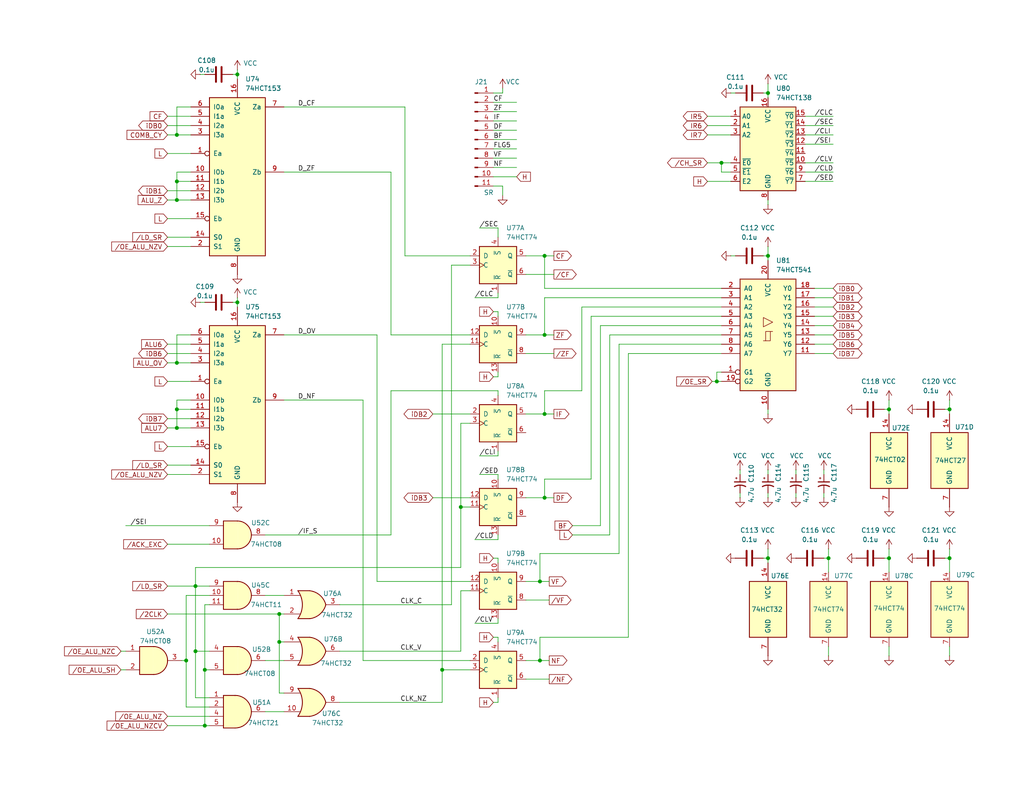
<source format=kicad_sch>
(kicad_sch (version 20250114) (generator "eeschema") (generator_version "9.0")
  (paper "A")
  (title_block (title "TTL 6510 Computer") (date "2025-10-20") (rev "B") (company "Stefan Warnke") (comment 9 "CPU_6502_Opcodes.txt"))
  (junction (at 120.65 182.88))
  (junction (at 209.55 69.85))
  (junction (at 76.2 167.64))
  (junction (at 64.77 82.55))
  (junction (at 242.57 152.4))
  (junction (at 259.08 111.76))
  (junction (at 147.32 158.75))
  (junction (at 242.57 111.76))
  (junction (at 50.8 180.34))
  (junction (at 147.32 180.34))
  (junction (at 76.2 175.26))
  (junction (at 209.55 152.4))
  (junction (at 48.26 49.53))
  (junction (at 148.59 91.44))
  (junction (at 148.59 69.85))
  (junction (at 209.55 25.4))
  (junction (at 64.77 20.32))
  (junction (at 48.26 99.06))
  (junction (at 53.34 160.02))
  (junction (at 48.26 36.83))
  (junction (at 259.08 152.4))
  (junction (at 125.73 138.43))
  (junction (at 195.58 104.14))
  (junction (at 196.85 44.45))
  (junction (at 53.34 177.8))
  (junction (at 48.26 54.61))
  (junction (at 148.59 113.03))
  (junction (at 55.88 182.88))
  (junction (at 148.59 135.89))
  (junction (at 48.26 116.84))
  (junction (at 55.88 198.12))
  (junction (at 226.06 152.4))
  (junction (at 48.26 111.76))
  (wire (pts (xy 45.72 198.12) (xy 55.88 198.12)))
  (wire (pts (xy 193.04 36.83) (xy 199.39 36.83)))
  (wire (pts (xy 110.49 29.21) (xy 110.49 69.85)))
  (wire (pts (xy 222.25 78.74) (xy 227.33 78.74)))
  (wire (pts (xy 45.72 31.75) (xy 52.07 31.75)))
  (wire (pts (xy 224.79 134.62) (xy 224.79 135.89)))
  (wire (pts (xy 241.3 152.4) (xy 242.57 152.4)))
  (wire (pts (xy 242.57 149.86) (xy 242.57 152.4)))
  (wire (pts (xy 134.62 38.1) (xy 140.97 38.1)))
  (wire (pts (xy 219.71 31.75) (xy 227.33 31.75)))
  (wire (pts (xy 196.85 91.44) (xy 166.37 91.44)))
  (wire (pts (xy 129.54 81.28) (xy 135.89 81.28)))
  (wire (pts (xy 134.62 30.48) (xy 140.97 30.48)))
  (wire (pts (xy 222.25 86.36) (xy 227.33 86.36)))
  (wire (pts (xy 163.83 143.51) (xy 156.21 143.51)))
  (wire (pts (xy 143.51 74.93) (xy 151.13 74.93)))
  (wire (pts (xy 195.58 104.14) (xy 196.85 104.14)))
  (wire (pts (xy 209.55 67.31) (xy 209.55 69.85)))
  (wire (pts (xy 259.08 109.22) (xy 259.08 111.76)))
  (wire (pts (xy 92.71 177.8) (xy 125.73 177.8)))
  (wire (pts (xy 196.85 44.45) (xy 196.85 46.99)))
  (wire (pts (xy 222.25 96.52) (xy 227.33 96.52)))
  (wire (pts (xy 128.27 180.34) (xy 99.06 180.34)))
  (wire (pts (xy 125.73 138.43) (xy 125.73 154.94)))
  (wire (pts (xy 125.73 161.29) (xy 128.27 161.29)))
  (wire (pts (xy 34.29 143.51) (xy 57.15 143.51)))
  (wire (pts (xy 52.07 29.21) (xy 48.26 29.21)))
  (wire (pts (xy 53.34 154.94) (xy 125.73 154.94)))
  (wire (pts (xy 76.2 167.64) (xy 77.47 167.64)))
  (wire (pts (xy 209.55 152.4) (xy 209.55 153.67)))
  (wire (pts (xy 135.89 173.99) (xy 135.89 175.26)))
  (wire (pts (xy 45.72 93.98) (xy 52.07 93.98)))
  (wire (pts (xy 242.57 152.4) (xy 242.57 156.21)))
  (wire (pts (xy 147.32 173.99) (xy 147.32 180.34)))
  (wire (pts (xy 72.39 194.31) (xy 77.47 194.31)))
  (wire (pts (xy 209.55 111.76) (xy 209.55 113.03)))
  (wire (pts (xy 48.26 29.21) (xy 48.26 36.83)))
  (wire (pts (xy 134.62 152.4) (xy 135.89 152.4)))
  (wire (pts (xy 110.49 69.85) (xy 128.27 69.85)))
  (wire (pts (xy 45.72 167.64) (xy 76.2 167.64)))
  (wire (pts (xy 106.68 106.68) (xy 135.89 106.68)))
  (wire (pts (xy 209.55 134.62) (xy 209.55 135.89)))
  (wire (pts (xy 209.55 149.86) (xy 209.55 152.4)))
  (wire (pts (xy 77.47 29.21) (xy 110.49 29.21)))
  (wire (pts (xy 199.39 69.85) (xy 200.66 69.85)))
  (wire (pts (xy 209.55 69.85) (xy 209.55 71.12)))
  (wire (pts (xy 199.39 25.4) (xy 200.66 25.4)))
  (wire (pts (xy 242.57 109.22) (xy 242.57 111.76)))
  (wire (pts (xy 209.55 128.27) (xy 209.55 129.54)))
  (wire (pts (xy 55.88 165.1) (xy 55.88 182.88)))
  (wire (pts (xy 50.8 193.04) (xy 57.15 193.04)))
  (wire (pts (xy 143.51 163.83) (xy 149.86 163.83)))
  (wire (pts (xy 193.04 49.53) (xy 199.39 49.53)))
  (wire (pts (xy 148.59 91.44) (xy 151.13 91.44)))
  (wire (pts (xy 135.89 124.46) (xy 135.89 123.19)))
  (wire (pts (xy 130.81 124.46) (xy 135.89 124.46)))
  (wire (pts (xy 125.73 115.57) (xy 125.73 138.43)))
  (wire (pts (xy 50.8 180.34) (xy 50.8 193.04)))
  (wire (pts (xy 143.51 91.44) (xy 148.59 91.44)))
  (wire (pts (xy 48.26 49.53) (xy 48.26 54.61)))
  (wire (pts (xy 45.72 104.14) (xy 52.07 104.14)))
  (wire (pts (xy 209.55 22.86) (xy 209.55 25.4)))
  (wire (pts (xy 201.93 128.27) (xy 201.93 129.54)))
  (wire (pts (xy 129.54 170.18) (xy 135.89 170.18)))
  (wire (pts (xy 52.07 91.44) (xy 48.26 91.44)))
  (wire (pts (xy 50.8 162.56) (xy 57.15 162.56)))
  (wire (pts (xy 53.34 190.5) (xy 57.15 190.5)))
  (wire (pts (xy 125.73 115.57) (xy 128.27 115.57)))
  (wire (pts (xy 45.72 99.06) (xy 48.26 99.06)))
  (wire (pts (xy 45.72 67.31) (xy 52.07 67.31)))
  (wire (pts (xy 208.28 25.4) (xy 209.55 25.4)))
  (wire (pts (xy 143.51 135.89) (xy 148.59 135.89)))
  (wire (pts (xy 135.89 62.23) (xy 135.89 64.77)))
  (wire (pts (xy 45.72 59.69) (xy 52.07 59.69)))
  (wire (pts (xy 72.39 162.56) (xy 77.47 162.56)))
  (wire (pts (xy 241.3 111.76) (xy 242.57 111.76)))
  (wire (pts (xy 54.61 82.55) (xy 55.88 82.55)))
  (wire (pts (xy 45.72 64.77) (xy 52.07 64.77)))
  (wire (pts (xy 134.62 43.18) (xy 140.97 43.18)))
  (wire (pts (xy 226.06 176.53) (xy 226.06 179.07)))
  (wire (pts (xy 208.28 152.4) (xy 209.55 152.4)))
  (wire (pts (xy 194.31 104.14) (xy 195.58 104.14)))
  (wire (pts (xy 257.81 152.4) (xy 259.08 152.4)))
  (wire (pts (xy 135.89 191.77) (xy 135.89 190.5)))
  (wire (pts (xy 64.77 20.32) (xy 64.77 21.59)))
  (wire (pts (xy 135.89 102.87) (xy 135.89 101.6)))
  (wire (pts (xy 45.72 127) (xy 52.07 127)))
  (wire (pts (xy 148.59 69.85) (xy 148.59 78.74)))
  (wire (pts (xy 49.53 180.34) (xy 50.8 180.34)))
  (wire (pts (xy 45.72 116.84) (xy 48.26 116.84)))
  (wire (pts (xy 148.59 135.89) (xy 151.13 135.89)))
  (wire (pts (xy 135.89 147.32) (xy 135.89 146.05)))
  (wire (pts (xy 193.04 31.75) (xy 199.39 31.75)))
  (wire (pts (xy 257.81 111.76) (xy 259.08 111.76)))
  (wire (pts (xy 196.85 101.6) (xy 195.58 101.6)))
  (wire (pts (xy 135.89 129.54) (xy 135.89 130.81)))
  (wire (pts (xy 48.26 91.44) (xy 48.26 99.06)))
  (wire (pts (xy 64.77 81.28) (xy 64.77 82.55)))
  (wire (pts (xy 134.62 173.99) (xy 135.89 173.99)))
  (wire (pts (xy 48.26 111.76) (xy 48.26 116.84)))
  (wire (pts (xy 106.68 46.99) (xy 106.68 91.44)))
  (wire (pts (xy 130.81 129.54) (xy 135.89 129.54)))
  (wire (pts (xy 48.26 111.76) (xy 52.07 111.76)))
  (wire (pts (xy 143.51 113.03) (xy 148.59 113.03)))
  (wire (pts (xy 168.91 93.98) (xy 168.91 151.13)))
  (wire (pts (xy 134.62 27.94) (xy 140.97 27.94)))
  (wire (pts (xy 163.83 88.9) (xy 163.83 143.51)))
  (wire (pts (xy 48.26 54.61) (xy 52.07 54.61)))
  (wire (pts (xy 52.07 109.22) (xy 48.26 109.22)))
  (wire (pts (xy 77.47 109.22) (xy 99.06 109.22)))
  (wire (pts (xy 48.26 116.84) (xy 52.07 116.84)))
  (wire (pts (xy 106.68 146.05) (xy 106.68 106.68)))
  (wire (pts (xy 219.71 34.29) (xy 227.33 34.29)))
  (wire (pts (xy 161.29 130.81) (xy 148.59 130.81)))
  (wire (pts (xy 135.89 152.4) (xy 135.89 153.67)))
  (wire (pts (xy 171.45 96.52) (xy 171.45 173.99)))
  (wire (pts (xy 226.06 152.4) (xy 226.06 156.21)))
  (wire (pts (xy 135.89 80.01) (xy 135.89 81.28)))
  (wire (pts (xy 219.71 36.83) (xy 227.33 36.83)))
  (wire (pts (xy 143.51 69.85) (xy 148.59 69.85)))
  (wire (pts (xy 48.26 109.22) (xy 48.26 111.76)))
  (wire (pts (xy 143.51 180.34) (xy 147.32 180.34)))
  (wire (pts (xy 208.28 69.85) (xy 209.55 69.85)))
  (wire (pts (xy 45.72 195.58) (xy 57.15 195.58)))
  (wire (pts (xy 148.59 106.68) (xy 148.59 113.03)))
  (wire (pts (xy 222.25 81.28) (xy 227.33 81.28)))
  (wire (pts (xy 156.21 146.05) (xy 166.37 146.05)))
  (wire (pts (xy 166.37 91.44) (xy 166.37 146.05)))
  (wire (pts (xy 219.71 39.37) (xy 227.33 39.37)))
  (wire (pts (xy 63.5 82.55) (xy 64.77 82.55)))
  (wire (pts (xy 45.72 114.3) (xy 52.07 114.3)))
  (wire (pts (xy 137.16 50.8) (xy 137.16 53.34)))
  (wire (pts (xy 219.71 49.53) (xy 227.33 49.53)))
  (wire (pts (xy 48.26 36.83) (xy 52.07 36.83)))
  (wire (pts (xy 55.88 182.88) (xy 55.88 198.12)))
  (wire (pts (xy 222.25 93.98) (xy 227.33 93.98)))
  (wire (pts (xy 77.47 175.26) (xy 76.2 175.26)))
  (wire (pts (xy 72.39 146.05) (xy 106.68 146.05)))
  (wire (pts (xy 217.17 128.27) (xy 217.17 129.54)))
  (wire (pts (xy 129.54 147.32) (xy 135.89 147.32)))
  (wire (pts (xy 196.85 86.36) (xy 161.29 86.36)))
  (wire (pts (xy 53.34 177.8) (xy 53.34 190.5)))
  (wire (pts (xy 196.85 96.52) (xy 171.45 96.52)))
  (wire (pts (xy 242.57 111.76) (xy 242.57 113.03)))
  (wire (pts (xy 134.62 48.26) (xy 140.97 48.26)))
  (wire (pts (xy 134.62 191.77) (xy 135.89 191.77)))
  (wire (pts (xy 118.11 113.03) (xy 128.27 113.03)))
  (wire (pts (xy 134.62 25.4) (xy 137.16 25.4)))
  (wire (pts (xy 209.55 25.4) (xy 209.55 26.67)))
  (wire (pts (xy 45.72 34.29) (xy 52.07 34.29)))
  (wire (pts (xy 76.2 167.64) (xy 76.2 175.26)))
  (wire (pts (xy 224.79 128.27) (xy 224.79 129.54)))
  (wire (pts (xy 219.71 44.45) (xy 227.33 44.45)))
  (wire (pts (xy 99.06 109.22) (xy 99.06 180.34)))
  (wire (pts (xy 143.51 158.75) (xy 147.32 158.75)))
  (wire (pts (xy 148.59 78.74) (xy 196.85 78.74)))
  (wire (pts (xy 53.34 154.94) (xy 53.34 160.02)))
  (wire (pts (xy 48.26 46.99) (xy 48.26 49.53)))
  (wire (pts (xy 64.77 82.55) (xy 64.77 83.82)))
  (wire (pts (xy 45.72 54.61) (xy 48.26 54.61)))
  (wire (pts (xy 134.62 102.87) (xy 135.89 102.87)))
  (wire (pts (xy 196.85 44.45) (xy 199.39 44.45)))
  (wire (pts (xy 158.75 106.68) (xy 148.59 106.68)))
  (wire (pts (xy 259.08 149.86) (xy 259.08 152.4)))
  (wire (pts (xy 222.25 91.44) (xy 227.33 91.44)))
  (wire (pts (xy 64.77 19.05) (xy 64.77 20.32)))
  (wire (pts (xy 55.88 182.88) (xy 57.15 182.88)))
  (wire (pts (xy 52.07 46.99) (xy 48.26 46.99)))
  (wire (pts (xy 134.62 33.02) (xy 140.97 33.02)))
  (wire (pts (xy 76.2 175.26) (xy 76.2 189.23)))
  (wire (pts (xy 201.93 134.62) (xy 201.93 135.89)))
  (wire (pts (xy 134.62 35.56) (xy 140.97 35.56)))
  (wire (pts (xy 45.72 52.07) (xy 52.07 52.07)))
  (wire (pts (xy 196.85 93.98) (xy 168.91 93.98)))
  (wire (pts (xy 148.59 113.03) (xy 151.13 113.03)))
  (wire (pts (xy 55.88 165.1) (xy 57.15 165.1)))
  (wire (pts (xy 45.72 96.52) (xy 52.07 96.52)))
  (wire (pts (xy 123.19 72.39) (xy 128.27 72.39)))
  (wire (pts (xy 48.26 49.53) (xy 52.07 49.53)))
  (wire (pts (xy 259.08 176.53) (xy 259.08 179.07)))
  (wire (pts (xy 128.27 93.98) (xy 120.65 93.98)))
  (wire (pts (xy 134.62 40.64) (xy 140.97 40.64)))
  (wire (pts (xy 259.08 111.76) (xy 259.08 113.03)))
  (wire (pts (xy 76.2 189.23) (xy 77.47 189.23)))
  (wire (pts (xy 77.47 91.44) (xy 102.87 91.44)))
  (wire (pts (xy 163.83 88.9) (xy 196.85 88.9)))
  (wire (pts (xy 45.72 41.91) (xy 52.07 41.91)))
  (wire (pts (xy 53.34 160.02) (xy 57.15 160.02)))
  (wire (pts (xy 147.32 151.13) (xy 147.32 158.75)))
  (wire (pts (xy 161.29 86.36) (xy 161.29 130.81)))
  (wire (pts (xy 134.62 45.72) (xy 140.97 45.72)))
  (wire (pts (xy 130.81 62.23) (xy 135.89 62.23)))
  (wire (pts (xy 242.57 176.53) (xy 242.57 179.07)))
  (wire (pts (xy 196.85 46.99) (xy 199.39 46.99)))
  (wire (pts (xy 45.72 36.83) (xy 48.26 36.83)))
  (wire (pts (xy 123.19 72.39) (xy 123.19 165.1)))
  (wire (pts (xy 158.75 83.82) (xy 158.75 106.68)))
  (wire (pts (xy 45.72 121.92) (xy 52.07 121.92)))
  (wire (pts (xy 45.72 148.59) (xy 57.15 148.59)))
  (wire (pts (xy 120.65 191.77) (xy 120.65 182.88)))
  (wire (pts (xy 102.87 158.75) (xy 128.27 158.75)))
  (wire (pts (xy 57.15 198.12) (xy 55.88 198.12)))
  (wire (pts (xy 193.04 34.29) (xy 199.39 34.29)))
  (wire (pts (xy 120.65 93.98) (xy 120.65 182.88)))
  (wire (pts (xy 219.71 46.99) (xy 227.33 46.99)))
  (wire (pts (xy 135.89 106.68) (xy 135.89 107.95)))
  (wire (pts (xy 118.11 135.89) (xy 128.27 135.89)))
  (wire (pts (xy 148.59 81.28) (xy 196.85 81.28)))
  (wire (pts (xy 134.62 85.09) (xy 135.89 85.09)))
  (wire (pts (xy 209.55 55.88) (xy 209.55 54.61)))
  (wire (pts (xy 222.25 83.82) (xy 227.33 83.82)))
  (wire (pts (xy 193.04 44.45) (xy 196.85 44.45)))
  (wire (pts (xy 120.65 182.88) (xy 128.27 182.88)))
  (wire (pts (xy 147.32 158.75) (xy 149.86 158.75)))
  (wire (pts (xy 53.34 177.8) (xy 53.34 160.02)))
  (wire (pts (xy 106.68 91.44) (xy 128.27 91.44)))
  (wire (pts (xy 53.34 160.02) (xy 45.72 160.02)))
  (wire (pts (xy 45.72 129.54) (xy 52.07 129.54)))
  (wire (pts (xy 77.47 46.99) (xy 106.68 46.99)))
  (wire (pts (xy 135.89 170.18) (xy 135.89 168.91)))
  (wire (pts (xy 125.73 177.8) (xy 125.73 161.29)))
  (wire (pts (xy 148.59 69.85) (xy 151.13 69.85)))
  (wire (pts (xy 222.25 88.9) (xy 227.33 88.9)))
  (wire (pts (xy 92.71 191.77) (xy 120.65 191.77)))
  (wire (pts (xy 259.08 152.4) (xy 259.08 156.21)))
  (wire (pts (xy 92.71 165.1) (xy 123.19 165.1)))
  (wire (pts (xy 63.5 20.32) (xy 64.77 20.32)))
  (wire (pts (xy 148.59 130.81) (xy 148.59 135.89)))
  (wire (pts (xy 33.02 177.8) (xy 34.29 177.8)))
  (wire (pts (xy 147.32 180.34) (xy 149.86 180.34)))
  (wire (pts (xy 147.32 151.13) (xy 168.91 151.13)))
  (wire (pts (xy 57.15 177.8) (xy 53.34 177.8)))
  (wire (pts (xy 224.79 152.4) (xy 226.06 152.4)))
  (wire (pts (xy 148.59 81.28) (xy 148.59 91.44)))
  (wire (pts (xy 128.27 138.43) (xy 125.73 138.43)))
  (wire (pts (xy 217.17 134.62) (xy 217.17 135.89)))
  (wire (pts (xy 48.26 99.06) (xy 52.07 99.06)))
  (wire (pts (xy 147.32 173.99) (xy 171.45 173.99)))
  (wire (pts (xy 54.61 20.32) (xy 55.88 20.32)))
  (wire (pts (xy 143.51 96.52) (xy 151.13 96.52)))
  (wire (pts (xy 134.62 50.8) (xy 137.16 50.8)))
  (wire (pts (xy 226.06 149.86) (xy 226.06 152.4)))
  (wire (pts (xy 135.89 85.09) (xy 135.89 86.36)))
  (wire (pts (xy 102.87 158.75) (xy 102.87 91.44)))
  (wire (pts (xy 50.8 180.34) (xy 50.8 162.56)))
  (wire (pts (xy 196.85 83.82) (xy 158.75 83.82)))
  (wire (pts (xy 137.16 25.4) (xy 137.16 24.13)))
  (wire (pts (xy 72.39 180.34) (xy 77.47 180.34)))
  (wire (pts (xy 143.51 185.42) (xy 149.86 185.42)))
  (wire (pts (xy 195.58 101.6) (xy 195.58 104.14)))
  (wire (pts (xy 33.02 182.88) (xy 34.29 182.88)))
  (label "{slash}CLC" (at 129.54 81.28 0))
  (label "DF" (at 134.62 35.56 0))
  (label "CLK_V" (at 109.22 177.8 0))
  (label "{slash}CLV" (at 129.54 170.18 0))
  (label "{slash}SEI" (at 222.25 39.37 0))
  (label "{slash}SEC" (at 130.81 62.23 0))
  (label "IF" (at 134.62 33.02 0))
  (label "D_ZF" (at 81.28 46.99 0))
  (label "{slash}SEC" (at 222.25 34.29 0))
  (label "{slash}CLC" (at 222.25 31.75 0))
  (label "D_NF" (at 81.28 109.22 0))
  (label "{slash}CLD" (at 222.25 46.99 0))
  (label "VF" (at 134.62 43.18 0))
  (label "{slash}CLV" (at 222.25 44.45 0))
  (label "{slash}SED" (at 130.81 129.54 0))
  (label "{slash}SEI" (at 35.56 143.51 0))
  (label "{slash}IF_S" (at 81.28 146.05 0))
  (label "ZF" (at 134.62 30.48 0))
  (label "D_CF" (at 81.28 29.21 0))
  (label "D_OV" (at 81.28 91.44 0))
  (label "{slash}CLD" (at 129.54 147.32 0))
  (label "FLG5" (at 134.62 40.64 0))
  (label "{slash}CLI" (at 222.25 36.83 0))
  (label "BF" (at 134.62 38.1 0))
  (label "CLK_NZ" (at 109.22 191.77 0))
  (label "CF" (at 134.62 27.94 0))
  (label "NF" (at 134.62 45.72 0))
  (label "{slash}SED" (at 222.25 49.53 0))
  (label "CLK_C" (at 109.22 165.1 0))
  (label "{slash}CLI" (at 130.81 124.46 0))
  (global_label "iDB1" (shape bidirectional) (at 45.72 52.07 180) (property "Intersheetrefs" "${INTERSHEET_REFS}" (effects (hide yes))))
  (global_label "{slash}ACK_EXC" (shape input) (at 45.72 148.59 180) (property "Intersheetrefs" "${INTERSHEET_REFS}" (effects (hide yes))))
  (global_label "ALU7" (shape input) (at 45.72 116.84 180) (property "Intersheetrefs" "${INTERSHEET_REFS}" (effects (hide yes))))
  (global_label "L" (shape input) (at 45.72 104.14 180) (property "Intersheetrefs" "${INTERSHEET_REFS}" (effects (hide yes))))
  (global_label "{slash}LD_SR" (shape input) (at 45.72 64.77 180) (property "Intersheetrefs" "${INTERSHEET_REFS}" (effects (hide yes))))
  (global_label "{slash}OE_ALU_SH" (shape input) (at 33.02 182.88 180) (property "Intersheetrefs" "${INTERSHEET_REFS}" (effects (hide yes))))
  (global_label "{slash}OE_ALU_NZ" (shape input) (at 45.72 195.58 180) (property "Intersheetrefs" "${INTERSHEET_REFS}" (effects (hide yes))))
  (global_label "IR7" (shape bidirectional) (at 193.04 36.83 180) (property "Intersheetrefs" "${INTERSHEET_REFS}" (effects (hide yes))))
  (global_label "L" (shape input) (at 45.72 59.69 180) (property "Intersheetrefs" "${INTERSHEET_REFS}" (effects (hide yes))))
  (global_label "{slash}OE_ALU_NZC" (shape input) (at 33.02 177.8 180) (property "Intersheetrefs" "${INTERSHEET_REFS}" (effects (hide yes))))
  (global_label "{slash}LD_SR" (shape input) (at 45.72 127 180) (property "Intersheetrefs" "${INTERSHEET_REFS}" (effects (hide yes))))
  (global_label "IF" (shape output) (at 151.13 113.03 0) (property "Intersheetrefs" "${INTERSHEET_REFS}" (effects (hide yes))))
  (global_label "H" (shape input) (at 134.62 173.99 180) (property "Intersheetrefs" "${INTERSHEET_REFS}" (effects (hide yes))))
  (global_label "ZF" (shape output) (at 151.13 91.44 0) (property "Intersheetrefs" "${INTERSHEET_REFS}" (effects (hide yes))))
  (global_label "iDB2" (shape bidirectional) (at 227.33 83.82 0) (property "Intersheetrefs" "${INTERSHEET_REFS}" (effects (hide yes))))
  (global_label "iDB0" (shape bidirectional) (at 45.72 34.29 180) (property "Intersheetrefs" "${INTERSHEET_REFS}" (effects (hide yes))))
  (global_label "H" (shape input) (at 134.62 191.77 180) (property "Intersheetrefs" "${INTERSHEET_REFS}" (effects (hide yes))))
  (global_label "H" (shape input) (at 134.62 152.4 180) (property "Intersheetrefs" "${INTERSHEET_REFS}" (effects (hide yes))))
  (global_label "iDB3" (shape bidirectional) (at 227.33 86.36 0) (property "Intersheetrefs" "${INTERSHEET_REFS}" (effects (hide yes))))
  (global_label "BF" (shape input) (at 156.21 143.51 180) (property "Intersheetrefs" "${INTERSHEET_REFS}" (effects (hide yes))))
  (global_label "{slash}NF" (shape output) (at 149.86 185.42 0) (property "Intersheetrefs" "${INTERSHEET_REFS}" (effects (hide yes))))
  (global_label "iDB6" (shape bidirectional) (at 45.72 96.52 180) (property "Intersheetrefs" "${INTERSHEET_REFS}" (effects (hide yes))))
  (global_label "ALU_OV" (shape input) (at 45.72 99.06 180) (property "Intersheetrefs" "${INTERSHEET_REFS}" (effects (hide yes))))
  (global_label "ALU_Z" (shape input) (at 45.72 54.61 180) (property "Intersheetrefs" "${INTERSHEET_REFS}" (effects (hide yes))))
  (global_label "IR6" (shape bidirectional) (at 193.04 34.29 180) (property "Intersheetrefs" "${INTERSHEET_REFS}" (effects (hide yes))))
  (global_label "iDB6" (shape bidirectional) (at 227.33 93.98 0) (property "Intersheetrefs" "${INTERSHEET_REFS}" (effects (hide yes))))
  (global_label "iDB5" (shape bidirectional) (at 227.33 91.44 0) (property "Intersheetrefs" "${INTERSHEET_REFS}" (effects (hide yes))))
  (global_label "H" (shape input) (at 193.04 49.53 180) (property "Intersheetrefs" "${INTERSHEET_REFS}" (effects (hide yes))))
  (global_label "DF" (shape output) (at 151.13 135.89 0) (property "Intersheetrefs" "${INTERSHEET_REFS}" (effects (hide yes))))
  (global_label "{slash}OE_ALU_NZV" (shape input) (at 45.72 129.54 180) (property "Intersheetrefs" "${INTERSHEET_REFS}" (effects (hide yes))))
  (global_label "NF" (shape output) (at 149.86 180.34 0) (property "Intersheetrefs" "${INTERSHEET_REFS}" (effects (hide yes))))
  (global_label "{slash}ZF" (shape output) (at 151.13 96.52 0) (property "Intersheetrefs" "${INTERSHEET_REFS}" (effects (hide yes))))
  (global_label "{slash}VF" (shape output) (at 149.86 163.83 0) (property "Intersheetrefs" "${INTERSHEET_REFS}" (effects (hide yes))))
  (global_label "COMB_CY" (shape input) (at 45.72 36.83 180) (property "Intersheetrefs" "${INTERSHEET_REFS}" (effects (hide yes))))
  (global_label "H" (shape input) (at 140.97 48.26 0) (property "Intersheetrefs" "${INTERSHEET_REFS}" (effects (hide yes))))
  (global_label "CF" (shape output) (at 151.13 69.85 0) (property "Intersheetrefs" "${INTERSHEET_REFS}" (effects (hide yes))))
  (global_label "{slash}CH_SR" (shape bidirectional) (at 193.04 44.45 180) (property "Intersheetrefs" "${INTERSHEET_REFS}" (effects (hide yes))))
  (global_label "{slash}OE_ALU_NZCV" (shape input) (at 45.72 198.12 180) (property "Intersheetrefs" "${INTERSHEET_REFS}" (effects (hide yes))))
  (global_label "{slash}OE_SR" (shape input) (at 194.31 104.14 180) (property "Intersheetrefs" "${INTERSHEET_REFS}" (effects (hide yes))))
  (global_label "L" (shape input) (at 45.72 41.91 180) (property "Intersheetrefs" "${INTERSHEET_REFS}" (effects (hide yes))))
  (global_label "ALU6" (shape input) (at 45.72 93.98 180) (property "Intersheetrefs" "${INTERSHEET_REFS}" (effects (hide yes))))
  (global_label "CF" (shape input) (at 45.72 31.75 180) (property "Intersheetrefs" "${INTERSHEET_REFS}" (effects (hide yes))))
  (global_label "H" (shape input) (at 134.62 85.09 180) (property "Intersheetrefs" "${INTERSHEET_REFS}" (effects (hide yes))))
  (global_label "L" (shape input) (at 45.72 121.92 180) (property "Intersheetrefs" "${INTERSHEET_REFS}" (effects (hide yes))))
  (global_label "iDB0" (shape bidirectional) (at 227.33 78.74 0) (property "Intersheetrefs" "${INTERSHEET_REFS}" (effects (hide yes))))
  (global_label "H" (shape input) (at 134.62 102.87 180) (property "Intersheetrefs" "${INTERSHEET_REFS}" (effects (hide yes))))
  (global_label "L" (shape input) (at 156.21 146.05 180) (property "Intersheetrefs" "${INTERSHEET_REFS}" (effects (hide yes))))
  (global_label "iDB4" (shape bidirectional) (at 227.33 88.9 0) (property "Intersheetrefs" "${INTERSHEET_REFS}" (effects (hide yes))))
  (global_label "IR5" (shape bidirectional) (at 193.04 31.75 180) (property "Intersheetrefs" "${INTERSHEET_REFS}" (effects (hide yes))))
  (global_label "{slash}LD_SR" (shape input) (at 45.72 160.02 180) (property "Intersheetrefs" "${INTERSHEET_REFS}" (effects (hide yes))))
  (global_label "iDB3" (shape bidirectional) (at 118.11 135.89 180) (property "Intersheetrefs" "${INTERSHEET_REFS}" (effects (hide yes))))
  (global_label "{slash}2CLK" (shape input) (at 45.72 167.64 180) (effects (font (thickness 0.1588))) (property "Intersheetrefs" "${INTERSHEET_REFS}" (effects (hide yes))))
  (global_label "VF" (shape output) (at 149.86 158.75 0) (property "Intersheetrefs" "${INTERSHEET_REFS}" (effects (hide yes))))
  (global_label "iDB2" (shape bidirectional) (at 118.11 113.03 180) (property "Intersheetrefs" "${INTERSHEET_REFS}" (effects (hide yes))))
  (global_label "{slash}OE_ALU_NZV" (shape input) (at 45.72 67.31 180) (property "Intersheetrefs" "${INTERSHEET_REFS}" (effects (hide yes))))
  (global_label "iDB1" (shape bidirectional) (at 227.33 81.28 0) (property "Intersheetrefs" "${INTERSHEET_REFS}" (effects (hide yes))))
  (global_label "iDB7" (shape bidirectional) (at 227.33 96.52 0) (property "Intersheetrefs" "${INTERSHEET_REFS}" (effects (hide yes))))
  (global_label "iDB7" (shape bidirectional) (at 45.72 114.3 180) (property "Intersheetrefs" "${INTERSHEET_REFS}" (effects (hide yes))))
  (global_label "{slash}CF" (shape output) (at 151.13 74.93 0) (property "Intersheetrefs" "${INTERSHEET_REFS}" (effects (hide yes))))
  (symbol (lib_id "power:+5V") (at 209.55 128.27 0) (unit 1)
    (property "Reference" "#PWR0343" (effects (hide yes)))
    (property "Value" "VCC" (at 209.55 124.46 0))
    (property "Description" "Power symbol creates a global label with name \"+5V\"" (effects (hide yes)))
  )
  (symbol (lib_id "power:+5V") (at 259.08 109.22 0) (unit 1)
    (property "Reference" "#PWR0362" (effects (hide yes)))
    (property "Value" "VCC" (at 259.08 104.14 0))
    (property "Description" "Power symbol creates a global label with name \"+5V\"" (effects (hide yes)))
  )
  (symbol (lib_id "Device:C") (at 254 111.76 90) (unit 1)
    (property "Reference" "C120" (at 254 104.14 90))
    (property "Value" "0.1u" (at 254 106.68 90))
    (property "Footprint" "Project Library:C_Disc_D7.5mm_W2.5mm_P7.62mm" (effects (hide yes)))
    (property "Description" "Unpolarized capacitor" (effects (hide yes)))
    (property "OrderInfo" "https://www.digikey.com/en/products/detail/kemet/C320C104M5R5TA/3726028" (effects (hide yes)))
  )
  (symbol (lib_id "74xx:74LS27") (at 259.08 125.73 0) (unit 4)
    (property "Reference" "U71" (at 263.144 116.586 0))
    (property "Value" "74HCT27" (at 259.334 125.73 0))
    (property "Footprint" "Package_DIP:DIP-14_W7.62mm_Socket" (effects (hide yes)))
    (property "Datasheet" "http://www.ti.com/lit/gpn/sn74LS27" (effects (hide yes)))
    (property "Description" "Triple 3-input NOR" (effects (hide yes)))
    (property "OrderInfo" "https://www.digikey.com/en/products/detail/texas-instruments/CD74HCT27E/1507771" (effects (hide yes)))
  )
  (symbol (lib_id "74xx:74LS32") (at 209.55 166.37 0) (unit 5)
    (property "Reference" "U76" (at 212.852 157.226 0))
    (property "Value" "74HCT32" (at 209.296 166.37 0))
    (property "Footprint" "Package_DIP:DIP-14_W7.62mm_Socket" (effects (hide yes)))
    (property "Datasheet" "http://www.ti.com/lit/gpn/sn74LS32" (effects (hide yes)))
    (property "Description" "Quad 2-input OR" (effects (hide yes)))
    (property "OrderInfo" "https://www.digikey.com/en/products/detail/texas-instruments/CD74HCT32E/38504" (effects (hide yes)))
  )
  (symbol (lib_id "74xx:74HCT74") (at 135.89 138.43 0) (unit 2)
    (property "Reference" "U78" (at 138.0841 128.27 0) (effects (justify left)))
    (property "Value" "74HCT74" (at 138.0841 130.81 0) (effects (justify left)))
    (property "Footprint" "Package_DIP:DIP-14_W7.62mm_Socket" (effects (hide yes)))
    (property "Datasheet" "https://assets.nexperia.com/documents/data-sheet/74HC_HCT74.pdf" (effects (hide yes)))
    (property "Description" "Dual D Flip-flop, Set & Reset" (effects (hide yes)))
    (property "OrderInfo" "https://www.digikey.com/en/products/detail/texas-instruments/SN74HCT74N/277271" (effects (hide yes)))
  )
  (symbol (lib_id "74xx:74HCT74") (at 135.89 115.57 0) (unit 1)
    (property "Reference" "U78" (at 138.0841 105.41 0) (effects (justify left)))
    (property "Value" "74HCT74" (at 138.0841 107.95 0) (effects (justify left)))
    (property "Footprint" "Package_DIP:DIP-14_W7.62mm_Socket" (effects (hide yes)))
    (property "Datasheet" "https://assets.nexperia.com/documents/data-sheet/74HC_HCT74.pdf" (effects (hide yes)))
    (property "Description" "Dual D Flip-flop, Set & Reset" (effects (hide yes)))
    (property "OrderInfo" "https://www.digikey.com/en/products/detail/texas-instruments/SN74HCT74N/277271" (effects (hide yes)))
  )
  (symbol (lib_id "power:GND") (at 250.19 111.76 270) (unit 1)
    (property "Reference" "#PWR0360" (effects (hide yes)))
    (property "Value" "GND" (effects (hide yes)))
    (property "Description" "Power symbol creates a global label with name \"GND\" , ground" (effects (hide yes)))
  )
  (symbol (lib_id "power:+5V") (at 64.77 81.28 0) (unit 1)
    (property "Reference" "#PWR0330" (effects (hide yes)))
    (property "Value" "VCC" (at 68.326 79.756 0))
    (property "Description" "Power symbol creates a global label with name \"+5V\"" (effects (hide yes)))
  )
  (symbol (lib_id "power:GND") (at 200.66 152.4 270) (unit 1)
    (property "Reference" "#PWR0336" (effects (hide yes)))
    (property "Value" "GND" (effects (hide yes)))
    (property "Description" "Power symbol creates a global label with name \"GND\" , ground" (effects (hide yes)))
  )
  (symbol (lib_id "power:GND") (at 233.68 152.4 270) (unit 1)
    (property "Reference" "#PWR0355" (effects (hide yes)))
    (property "Value" "GND" (effects (hide yes)))
    (property "Description" "Power symbol creates a global label with name \"GND\" , ground" (effects (hide yes)))
  )
  (symbol (lib_id "power:GND") (at 259.08 138.43 0) (unit 1)
    (property "Reference" "#PWR0363" (effects (hide yes)))
    (property "Value" "GND" (effects (hide yes)))
    (property "Description" "Power symbol creates a global label with name \"GND\" , ground" (effects (hide yes)))
  )
  (symbol (lib_id "power:+5V") (at 224.79 128.27 0) (unit 1)
    (property "Reference" "#PWR0350" (effects (hide yes)))
    (property "Value" "VCC" (at 225.044 124.46 0))
    (property "Description" "Power symbol creates a global label with name \"+5V\"" (effects (hide yes)))
  )
  (symbol (lib_id "power:+5V") (at 259.08 149.86 0) (unit 1)
    (property "Reference" "#PWR0364" (effects (hide yes)))
    (property "Value" "VCC" (at 259.08 144.78 0))
    (property "Description" "Power symbol creates a global label with name \"+5V\"" (effects (hide yes)))
  )
  (symbol (lib_id "Device:C") (at 204.47 25.4 90) (unit 1)
    (property "Reference" "C111" (at 200.66 21.082 90))
    (property "Value" "0.1u" (at 200.66 23.622 90))
    (property "Footprint" "Project Library:C_Disc_D7.5mm_W2.5mm_P7.62mm" (effects (hide yes)))
    (property "Description" "Unpolarized capacitor" (effects (hide yes)))
    (property "OrderInfo" "https://www.digikey.com/en/products/detail/kemet/C320C104M5R5TA/3726028" (effects (hide yes)))
  )
  (symbol (lib_id "74xx:74HCT02") (at 242.57 125.73 0) (unit 5)
    (property "Reference" "U72" (at 245.872 116.84 0))
    (property "Value" "74HCT02" (at 242.824 125.476 0))
    (property "Footprint" "Package_DIP:DIP-14_W7.62mm_Socket" (effects (hide yes)))
    (property "Datasheet" "http://www.ti.com/lit/gpn/sn74hct02" (effects (hide yes)))
    (property "Description" "quad 2-input NOR gate" (effects (hide yes)))
    (property "OrderInfo" "https://www.digikey.com/en/products/detail/texas-instruments/CD74HCT02E/38234" (effects (hide yes)))
  )
  (symbol (lib_id "power:GND") (at 259.08 179.07 0) (unit 1)
    (property "Reference" "#PWR0365" (effects (hide yes)))
    (property "Value" "GND" (effects (hide yes)))
    (property "Description" "Power symbol creates a global label with name \"GND\" , ground" (effects (hide yes)))
  )
  (symbol (lib_id "power:GND") (at 54.61 82.55 270) (unit 1)
    (property "Reference" "#PWR0327" (effects (hide yes)))
    (property "Value" "GND" (effects (hide yes)))
    (property "Description" "Power symbol creates a global label with name \"GND\" , ground" (effects (hide yes)))
  )
  (symbol (lib_id "power:+5V") (at 201.93 128.27 0) (unit 1)
    (property "Reference" "#PWR0337" (effects (hide yes)))
    (property "Value" "VCC" (at 201.93 124.46 0))
    (property "Description" "Power symbol creates a global label with name \"+5V\"" (effects (hide yes)))
  )
  (symbol (lib_id "power:GND") (at 209.55 113.03 0) (unit 1)
    (property "Reference" "#PWR0342" (effects (hide yes)))
    (property "Value" "GND" (effects (hide yes)))
    (property "Description" "Power symbol creates a global label with name \"GND\" , ground" (effects (hide yes)))
  )
  (symbol (lib_id "74xx:74LS08") (at 64.77 180.34 0) (unit 2)
    (property "Reference" "U52" (at 71.374 177.292 0))
    (property "Value" "74HCT08" (at 70.866 183.896 0))
    (property "Footprint" "Package_DIP:DIP-14_W7.62mm_Socket" (effects (hide yes)))
    (property "Datasheet" "http://www.ti.com/lit/gpn/sn74LS08" (effects (hide yes)))
    (property "Description" "Quad And2" (effects (hide yes)))
    (property "OrderInfo" "https://www.digikey.com/en/products/detail/texas-instruments/CD74HCT08E/38240" (effects (hide yes)))
  )
  (symbol (lib_id "power:GND") (at 242.57 179.07 0) (unit 1)
    (property "Reference" "#PWR0359" (effects (hide yes)))
    (property "Value" "GND" (effects (hide yes)))
    (property "Description" "Power symbol creates a global label with name \"GND\" , ground" (effects (hide yes)))
  )
  (symbol (lib_id "power:GND") (at 64.77 137.16 0) (unit 1)
    (property "Reference" "#PWR0331" (effects (hide yes)))
    (property "Value" "GND" (effects (hide yes)))
    (property "Description" "Power symbol creates a global label with name \"GND\" , ground" (effects (hide yes)))
  )
  (symbol (lib_id "74xx:74LS32") (at 85.09 165.1 0) (unit 1)
    (property "Reference" "U76" (at 90.678 162.052 0))
    (property "Value" "74HCT32" (at 91.948 167.894 0))
    (property "Footprint" "Package_DIP:DIP-14_W7.62mm_Socket" (effects (hide yes)))
    (property "Datasheet" "http://www.ti.com/lit/gpn/sn74LS32" (effects (hide yes)))
    (property "Description" "Quad 2-input OR" (effects (hide yes)))
    (property "OrderInfo" "https://www.digikey.com/en/products/detail/texas-instruments/CD74HCT32E/38504" (effects (hide yes)))
  )
  (symbol (lib_id "power:GND") (at 199.39 25.4 270) (unit 1)
    (property "Reference" "#PWR0334" (effects (hide yes)))
    (property "Value" "GND" (effects (hide yes)))
    (property "Description" "Power symbol creates a global label with name \"GND\" , ground" (effects (hide yes)))
  )
  (symbol (lib_id "Device:C_Polarized_Small_US") (at 224.79 132.08 0) (unit 1)
    (property "Reference" "C117" (at 227.584 129.032 90))
    (property "Value" "4.7u" (at 227.584 135.128 90))
    (property "Footprint" "Project Library:C_Disc_D7.5mm_W2.5mm_P7.62mm_pol" (effects (hide yes)))
    (property "Description" "Polarized capacitor, small US symbol" (effects (hide yes)))
    (property "OrderInfo" "https://www.digikey.com/en/products/detail/kyocera-avx/TAP475M010SCS/1472017" (effects (hide yes)))
  )
  (symbol (lib_id "power:GND") (at 201.93 135.89 0) (unit 1)
    (property "Reference" "#PWR0338" (effects (hide yes)))
    (property "Value" "GND" (effects (hide yes)))
    (property "Description" "Power symbol creates a global label with name \"GND\" , ground" (effects (hide yes)))
  )
  (symbol (lib_id "74xx:74HCT74") (at 135.89 93.98 0) (unit 2)
    (property "Reference" "U77" (at 138.0841 83.82 0) (effects (justify left)))
    (property "Value" "74HCT74" (at 138.0841 86.36 0) (effects (justify left)))
    (property "Footprint" "Package_DIP:DIP-14_W7.62mm_Socket" (effects (hide yes)))
    (property "Datasheet" "https://assets.nexperia.com/documents/data-sheet/74HC_HCT74.pdf" (effects (hide yes)))
    (property "Description" "Dual D Flip-flop, Set & Reset" (effects (hide yes)))
    (property "OrderInfo" "https://www.digikey.com/en/products/detail/texas-instruments/SN74HCT74N/277271" (effects (hide yes)))
  )
  (symbol (lib_id "74xx:74HCT74") (at 135.89 72.39 0) (unit 1)
    (property "Reference" "U77" (at 138.0841 62.23 0) (effects (justify left)))
    (property "Value" "74HCT74" (at 138.0841 64.77 0) (effects (justify left)))
    (property "Footprint" "Package_DIP:DIP-14_W7.62mm_Socket" (effects (hide yes)))
    (property "Datasheet" "https://assets.nexperia.com/documents/data-sheet/74HC_HCT74.pdf" (effects (hide yes)))
    (property "Description" "Dual D Flip-flop, Set & Reset" (effects (hide yes)))
    (property "OrderInfo" "https://www.digikey.com/en/products/detail/texas-instruments/SN74HCT74N/277271" (effects (hide yes)))
  )
  (symbol (lib_id "74xx:74HCT74") (at 226.06 166.37 0) (unit 3)
    (property "Reference" "U77" (at 227.584 157.226 0) (effects (justify left)))
    (property "Value" "74HCT74" (at 221.742 166.37 0) (effects (justify left)))
    (property "Footprint" "Package_DIP:DIP-14_W7.62mm_Socket" (effects (hide yes)))
    (property "Datasheet" "https://assets.nexperia.com/documents/data-sheet/74HC_HCT74.pdf" (effects (hide yes)))
    (property "Description" "Dual D Flip-flop, Set & Reset" (effects (hide yes)))
    (property "OrderInfo" "https://www.digikey.com/en/products/detail/texas-instruments/SN74HCT74N/277271" (effects (hide yes)))
  )
  (symbol (lib_id "power:+5V") (at 217.17 128.27 0) (unit 1)
    (property "Reference" "#PWR0347" (effects (hide yes)))
    (property "Value" "VCC" (at 217.424 124.46 0))
    (property "Description" "Power symbol creates a global label with name \"+5V\"" (effects (hide yes)))
  )
  (symbol (lib_id "power:GND") (at 217.17 135.89 0) (unit 1)
    (property "Reference" "#PWR0348" (effects (hide yes)))
    (property "Value" "GND" (effects (hide yes)))
    (property "Description" "Power symbol creates a global label with name \"GND\" , ground" (effects (hide yes)))
  )
  (symbol (lib_id "power:GND") (at 217.17 152.4 270) (unit 1)
    (property "Reference" "#PWR0349" (effects (hide yes)))
    (property "Value" "GND" (effects (hide yes)))
    (property "Description" "Power symbol creates a global label with name \"GND\" , ground" (effects (hide yes)))
  )
  (symbol (lib_id "74xx:74LS08") (at 64.77 146.05 0) (unit 3)
    (property "Reference" "U52" (at 71.12 142.748 0))
    (property "Value" "74HCT08" (at 72.644 148.59 0))
    (property "Footprint" "Package_DIP:DIP-14_W7.62mm_Socket" (effects (hide yes)))
    (property "Datasheet" "http://www.ti.com/lit/gpn/sn74LS08" (effects (hide yes)))
    (property "Description" "Quad And2" (effects (hide yes)))
    (property "OrderInfo" "https://www.digikey.com/en/products/detail/texas-instruments/CD74HCT08E/38240" (effects (hide yes)))
  )
  (symbol (lib_id "Device:C_Polarized_Small_US") (at 209.55 132.08 0) (unit 1)
    (property "Reference" "C114" (at 212.344 129.032 90))
    (property "Value" "4.7u" (at 212.344 135.128 90))
    (property "Footprint" "Project Library:C_Disc_D7.5mm_W2.5mm_P7.62mm_pol" (effects (hide yes)))
    (property "Description" "Polarized capacitor, small US symbol" (effects (hide yes)))
    (property "OrderInfo" "https://www.digikey.com/en/products/detail/kyocera-avx/TAP475M010SCS/1472017" (effects (hide yes)))
  )
  (symbol (lib_id "74xx:74LS08") (at 41.91 180.34 0) (unit 1)
    (property "Reference" "U52" (at 42.418 172.466 0))
    (property "Value" "74HCT08" (at 42.418 175.006 0))
    (property "Footprint" "Package_DIP:DIP-14_W7.62mm_Socket" (effects (hide yes)))
    (property "Datasheet" "http://www.ti.com/lit/gpn/sn74LS08" (effects (hide yes)))
    (property "Description" "Quad And2" (effects (hide yes)))
    (property "OrderInfo" "https://www.digikey.com/en/products/detail/texas-instruments/CD74HCT08E/38240" (effects (hide yes)))
  )
  (symbol (lib_id "power:+5V") (at 226.06 149.86 0) (unit 1)
    (property "Reference" "#PWR0352" (effects (hide yes)))
    (property "Value" "VCC" (at 226.06 144.78 0))
    (property "Description" "Power symbol creates a global label with name \"+5V\"" (effects (hide yes)))
  )
  (symbol (lib_id "Device:C") (at 204.47 69.85 90) (unit 1)
    (property "Reference" "C112" (at 204.47 62.23 90))
    (property "Value" "0.1u" (at 204.47 64.77 90))
    (property "Footprint" "Project Library:C_Disc_D7.5mm_W2.5mm_P7.62mm" (effects (hide yes)))
    (property "Description" "Unpolarized capacitor" (effects (hide yes)))
    (property "OrderInfo" "https://www.digikey.com/en/products/detail/kemet/C320C104M5R5TA/3726028" (effects (hide yes)))
  )
  (symbol (lib_id "Device:C") (at 220.98 152.4 90) (unit 1)
    (property "Reference" "C116" (at 220.98 144.78 90))
    (property "Value" "0.1u" (at 220.98 147.32 90))
    (property "Footprint" "Project Library:C_Disc_D7.5mm_W2.5mm_P7.62mm" (effects (hide yes)))
    (property "Description" "Unpolarized capacitor" (effects (hide yes)))
    (property "OrderInfo" "https://www.digikey.com/en/products/detail/kemet/C320C104M5R5TA/3726028" (effects (hide yes)))
  )
  (symbol (lib_id "Device:C_Polarized_Small_US") (at 201.93 132.08 0) (unit 1)
    (property "Reference" "C110" (at 204.978 129.286 90))
    (property "Value" "4.7u" (at 204.978 135.128 90))
    (property "Footprint" "Project Library:C_Disc_D7.5mm_W2.5mm_P7.62mm_pol" (effects (hide yes)))
    (property "Description" "Polarized capacitor, small US symbol" (effects (hide yes)))
    (property "OrderInfo" "https://www.digikey.com/en/products/detail/kyocera-avx/TAP475M010SCS/1472017" (effects (hide yes)))
  )
  (symbol (lib_id "Device:C") (at 237.49 152.4 90) (unit 1)
    (property "Reference" "C119" (at 237.49 144.78 90))
    (property "Value" "0.1u" (at 237.49 147.32 90))
    (property "Footprint" "Project Library:C_Disc_D7.5mm_W2.5mm_P7.62mm" (effects (hide yes)))
    (property "Description" "Unpolarized capacitor" (effects (hide yes)))
    (property "OrderInfo" "https://www.digikey.com/en/products/detail/kemet/C320C104M5R5TA/3726028" (effects (hide yes)))
  )
  (symbol (lib_id "74xx:74HCT138") (at 209.55 41.91 0) (unit 1)
    (property "Reference" "U80" (at 211.7441 24.13 0) (effects (justify left)))
    (property "Value" "74HCT138" (at 211.7441 26.67 0) (effects (justify left)))
    (property "Footprint" "Package_DIP:DIP-16_W7.62mm_Socket" (effects (hide yes)))
    (property "Datasheet" "https://www.ti.com/lit/ds/symlink/sn74hct138.pdf" (effects (hide yes)))
    (property "Description" "Decoder 3 to 8 active low outputs" (effects (hide yes)))
    (property "OrderInfo" "https://www.digikey.com/en/products/detail/texas-instruments/SN74HCT138N/277254" (effects (hide yes)))
  )
  (symbol (lib_id "power:GND") (at 250.19 152.4 270) (unit 1)
    (property "Reference" "#PWR0361" (effects (hide yes)))
    (property "Value" "GND" (effects (hide yes)))
    (property "Description" "Power symbol creates a global label with name \"GND\" , ground" (effects (hide yes)))
  )
  (symbol (lib_id "74xx:74HCT74") (at 135.89 182.88 0) (unit 1)
    (property "Reference" "U79" (at 138.0841 172.72 0) (effects (justify left)))
    (property "Value" "74HCT74" (at 138.0841 175.26 0) (effects (justify left)))
    (property "Footprint" "Package_DIP:DIP-14_W7.62mm_Socket" (effects (hide yes)))
    (property "Datasheet" "https://assets.nexperia.com/documents/data-sheet/74HC_HCT74.pdf" (effects (hide yes)))
    (property "Description" "Dual D Flip-flop, Set & Reset" (effects (hide yes)))
    (property "OrderInfo" "https://www.digikey.com/en/products/detail/texas-instruments/SN74HCT74N/277271" (effects (hide yes)))
  )
  (symbol (lib_id "power:GND") (at 209.55 55.88 0) (unit 1)
    (property "Reference" "#PWR0340" (effects (hide yes)))
    (property "Value" "GND" (effects (hide yes)))
    (property "Description" "Power symbol creates a global label with name \"GND\" , ground" (effects (hide yes)))
  )
  (symbol (lib_id "Connector:Conn_01x11_Pin") (at 129.54 38.1 0) (unit 1)
    (property "Reference" "J21" (at 131.318 22.352 0))
    (property "Value" "SR" (at 133.35 52.578 0))
    (property "Footprint" "Connector_PinHeader_2.54mm:PinHeader_1x11_P2.54mm_Vertical" (effects (hide yes)))
    (property "Description" "Generic connector, single row, 01x11, script generated" (effects (hide yes)))
    (property "OrderInfo" "https://www.digikey.com/en/products/detail/samtec-inc/SSA-111-S-T/1105805" (effects (hide yes)))
  )
  (symbol (lib_id "power:+5V") (at 242.57 149.86 0) (unit 1)
    (property "Reference" "#PWR0358" (effects (hide yes)))
    (property "Value" "VCC" (at 242.57 144.78 0))
    (property "Description" "Power symbol creates a global label with name \"+5V\"" (effects (hide yes)))
  )
  (symbol (lib_id "power:+5V") (at 209.55 22.86 0) (unit 1)
    (property "Reference" "#PWR0339" (effects (hide yes)))
    (property "Value" "VCC" (at 213.106 21.082 0))
    (property "Description" "Power symbol creates a global label with name \"+5V\"" (effects (hide yes)))
  )
  (symbol (lib_id "74xx:74HCT74") (at 135.89 161.29 0) (unit 2)
    (property "Reference" "U79" (at 138.0841 151.13 0) (effects (justify left)))
    (property "Value" "74HCT74" (at 138.0841 153.67 0) (effects (justify left)))
    (property "Footprint" "Package_DIP:DIP-14_W7.62mm_Socket" (effects (hide yes)))
    (property "Datasheet" "https://assets.nexperia.com/documents/data-sheet/74HC_HCT74.pdf" (effects (hide yes)))
    (property "Description" "Dual D Flip-flop, Set & Reset" (effects (hide yes)))
    (property "OrderInfo" "https://www.digikey.com/en/products/detail/texas-instruments/SN74HCT74N/277271" (effects (hide yes)))
  )
  (symbol (lib_id "power:GND") (at 242.57 138.43 0) (unit 1)
    (property "Reference" "#PWR0357" (effects (hide yes)))
    (property "Value" "GND" (effects (hide yes)))
    (property "Description" "Power symbol creates a global label with name \"GND\" , ground" (effects (hide yes)))
  )
  (symbol (lib_id "power:+5V") (at 209.55 67.31 0) (unit 1)
    (property "Reference" "#PWR0341" (effects (hide yes)))
    (property "Value" "VCC" (at 209.55 62.23 0))
    (property "Description" "Power symbol creates a global label with name \"+5V\"" (effects (hide yes)))
  )
  (symbol (lib_id "74xx:74LS32") (at 85.09 177.8 0) (unit 2)
    (property "Reference" "U76" (at 90.932 174.498 0))
    (property "Value" "74HCT32" (at 91.694 181.102 0))
    (property "Footprint" "Package_DIP:DIP-14_W7.62mm_Socket" (effects (hide yes)))
    (property "Datasheet" "http://www.ti.com/lit/gpn/sn74LS32" (effects (hide yes)))
    (property "Description" "Quad 2-input OR" (effects (hide yes)))
    (property "OrderInfo" "https://www.digikey.com/en/products/detail/texas-instruments/CD74HCT32E/38504" (effects (hide yes)))
  )
  (symbol (lib_id "74xx:74HCT74") (at 242.57 166.37 0) (unit 3)
    (property "Reference" "U78" (at 244.094 157.226 0) (effects (justify left)))
    (property "Value" "74HCT74" (at 238.252 166.116 0) (effects (justify left)))
    (property "Footprint" "Package_DIP:DIP-14_W7.62mm_Socket" (effects (hide yes)))
    (property "Datasheet" "https://assets.nexperia.com/documents/data-sheet/74HC_HCT74.pdf" (effects (hide yes)))
    (property "Description" "Dual D Flip-flop, Set & Reset" (effects (hide yes)))
    (property "OrderInfo" "https://www.digikey.com/en/products/detail/texas-instruments/SN74HCT74N/277271" (effects (hide yes)))
  )
  (symbol (lib_id "Device:C") (at 204.47 152.4 90) (unit 1)
    (property "Reference" "C113" (at 204.47 144.78 90))
    (property "Value" "0.1u" (at 204.47 147.32 90))
    (property "Footprint" "Project Library:C_Disc_D7.5mm_W2.5mm_P7.62mm" (effects (hide yes)))
    (property "Description" "Unpolarized capacitor" (effects (hide yes)))
    (property "OrderInfo" "https://www.digikey.com/en/products/detail/kemet/C320C104M5R5TA/3726028" (effects (hide yes)))
  )
  (symbol (lib_id "power:GND") (at 226.06 179.07 0) (unit 1)
    (property "Reference" "#PWR0353" (effects (hide yes)))
    (property "Value" "GND" (effects (hide yes)))
    (property "Description" "Power symbol creates a global label with name \"GND\" , ground" (effects (hide yes)))
  )
  (symbol (lib_id "74xx:74LS11") (at 64.77 162.56 0) (unit 3)
    (property "Reference" "U45" (at 71.12 159.766 0))
    (property "Value" "74HCT11" (at 72.644 165.1 0))
    (property "Footprint" "Package_DIP:DIP-14_W7.62mm_Socket" (effects (hide yes)))
    (property "Datasheet" "http://www.ti.com/lit/gpn/sn74LS11" (effects (hide yes)))
    (property "Description" "Triple 3-input AND" (effects (hide yes)))
    (property "OrderInfo" "https://www.digikey.com/en/products/detail/texas-instruments/CD74HCT11E/38248" (effects (hide yes)))
  )
  (symbol (lib_id "74xx:74HCT541") (at 209.55 91.44 0) (unit 1)
    (property "Reference" "U81" (at 211.7441 71.12 0) (effects (justify left)))
    (property "Value" "74HCT541" (at 211.7441 73.66 0) (effects (justify left)))
    (property "Footprint" "Package_DIP:DIP-20_W7.62mm_Socket" (effects (hide yes)))
    (property "Datasheet" "http://www.ti.com/lit/gpn/sn74HCT541" (effects (hide yes)))
    (property "Description" "8-bit Buffer/Line Driver 3-state outputs" (effects (hide yes)))
    (property "OrderInfo" "https://www.digikey.com/en/products/detail/texas-instruments/SN74HCT541N/277265" (effects (hide yes)))
  )
  (symbol (lib_id "power:GND") (at 137.16 53.34 0) (unit 1)
    (property "Reference" "#PWR0333" (effects (hide yes)))
    (property "Value" "GND" (effects (hide yes)))
    (property "Description" "Power symbol creates a global label with name \"GND\" , ground" (effects (hide yes)))
  )
  (symbol (lib_id "74xx:74LS32") (at 85.09 191.77 0) (unit 3)
    (property "Reference" "U76" (at 90.424 194.818 0))
    (property "Value" "74HCT32" (at 89.408 197.358 0))
    (property "Footprint" "Package_DIP:DIP-14_W7.62mm_Socket" (effects (hide yes)))
    (property "Datasheet" "http://www.ti.com/lit/gpn/sn74LS32" (effects (hide yes)))
    (property "Description" "Quad 2-input OR" (effects (hide yes)))
    (property "OrderInfo" "https://www.digikey.com/en/products/detail/texas-instruments/CD74HCT32E/38504" (effects (hide yes)))
  )
  (symbol (lib_id "power:+5V") (at 137.16 24.13 0) (unit 1)
    (property "Reference" "#PWR0332" (effects (hide yes)))
    (property "Value" "VCC" (at 139.954 22.352 0))
    (property "Description" "Power symbol creates a global label with name \"+5V\"" (effects (hide yes)))
  )
  (symbol (lib_id "power:+5V") (at 209.55 149.86 0) (unit 1)
    (property "Reference" "#PWR0345" (effects (hide yes)))
    (property "Value" "VCC" (at 209.55 144.78 0))
    (property "Description" "Power symbol creates a global label with name \"+5V\"" (effects (hide yes)))
  )
  (symbol (lib_id "74xx:74LS153") (at 64.77 46.99 0) (unit 1)
    (property "Reference" "U74" (at 66.9133 21.59 0) (effects (justify left)))
    (property "Value" "74HCT153" (at 66.9133 24.13 0) (effects (justify left)))
    (property "Footprint" "Package_DIP:DIP-16_W7.62mm_Socket" (effects (hide yes)))
    (property "Datasheet" "http://www.ti.com/lit/gpn/sn74LS153" (effects (hide yes)))
    (property "Description" "Dual Multiplexer 4 to 1" (effects (hide yes)))
    (property "OrderInfo" "https://www.digikey.com/en/products/detail/texas-instruments/CD74HCT153E/38316" (effects (hide yes)))
  )
  (symbol (lib_id "power:+5V") (at 64.77 19.05 0) (unit 1)
    (property "Reference" "#PWR0328" (effects (hide yes)))
    (property "Value" "VCC" (at 68.326 17.272 0))
    (property "Description" "Power symbol creates a global label with name \"+5V\"" (effects (hide yes)))
  )
  (symbol (lib_id "power:GND") (at 233.68 111.76 270) (unit 1)
    (property "Reference" "#PWR0354" (effects (hide yes)))
    (property "Value" "GND" (effects (hide yes)))
    (property "Description" "Power symbol creates a global label with name \"GND\" , ground" (effects (hide yes)))
  )
  (symbol (lib_id "74xx:74LS21") (at 64.77 194.31 0) (unit 1)
    (property "Reference" "U51" (at 71.374 191.77 0))
    (property "Value" "74HCT21" (at 71.882 197.358 0))
    (property "Footprint" "Package_DIP:DIP-14_W7.62mm_Socket" (effects (hide yes)))
    (property "Datasheet" "http://www.ti.com/lit/gpn/sn74LS21" (effects (hide yes)))
    (property "Description" "Dual 4-input AND" (effects (hide yes)))
    (property "OrderInfo" "https://www.digikey.com/en/products/detail/texas-instruments/CD74HCT21E/386074" (effects (hide yes)))
  )
  (symbol (lib_id "power:+5V") (at 242.57 109.22 0) (unit 1)
    (property "Reference" "#PWR0356" (effects (hide yes)))
    (property "Value" "VCC" (at 242.57 104.14 0))
    (property "Description" "Power symbol creates a global label with name \"+5V\"" (effects (hide yes)))
  )
  (symbol (lib_id "power:GND") (at 209.55 135.89 0) (unit 1)
    (property "Reference" "#PWR0344" (effects (hide yes)))
    (property "Value" "GND" (effects (hide yes)))
    (property "Description" "Power symbol creates a global label with name \"GND\" , ground" (effects (hide yes)))
  )
  (symbol (lib_id "Device:C") (at 254 152.4 90) (unit 1)
    (property "Reference" "C121" (at 254 144.78 90))
    (property "Value" "0.1u" (at 254 147.32 90))
    (property "Footprint" "Project Library:C_Disc_D7.5mm_W2.5mm_P7.62mm" (effects (hide yes)))
    (property "Description" "Unpolarized capacitor" (effects (hide yes)))
    (property "OrderInfo" "https://www.digikey.com/en/products/detail/kemet/C320C104M5R5TA/3726028" (effects (hide yes)))
  )
  (symbol (lib_id "74xx:74LS153") (at 64.77 109.22 0) (unit 1)
    (property "Reference" "U75" (at 66.9133 83.82 0) (effects (justify left)))
    (property "Value" "74HCT153" (at 66.9133 86.36 0) (effects (justify left)))
    (property "Footprint" "Package_DIP:DIP-16_W7.62mm_Socket" (effects (hide yes)))
    (property "Datasheet" "http://www.ti.com/lit/gpn/sn74LS153" (effects (hide yes)))
    (property "Description" "Dual Multiplexer 4 to 1" (effects (hide yes)))
    (property "OrderInfo" "https://www.digikey.com/en/products/detail/texas-instruments/CD74HCT153E/38316" (effects (hide yes)))
  )
  (symbol (lib_id "power:GND") (at 199.39 69.85 270) (unit 1)
    (property "Reference" "#PWR0335" (effects (hide yes)))
    (property "Value" "GND" (effects (hide yes)))
    (property "Description" "Power symbol creates a global label with name \"GND\" , ground" (effects (hide yes)))
  )
  (symbol (lib_id "Device:C") (at 59.69 20.32 90) (unit 1)
    (property "Reference" "C108" (at 56.388 16.51 90))
    (property "Value" "0.1u" (at 56.388 19.05 90))
    (property "Footprint" "Project Library:C_Disc_D7.5mm_W2.5mm_P7.62mm" (effects (hide yes)))
    (property "Description" "Unpolarized capacitor" (effects (hide yes)))
    (property "OrderInfo" "https://www.digikey.com/en/products/detail/kemet/C320C104M5R5TA/3726028" (effects (hide yes)))
  )
  (symbol (lib_id "power:GND") (at 64.77 74.93 0) (unit 1)
    (property "Reference" "#PWR0329" (effects (hide yes)))
    (property "Value" "GND" (effects (hide yes)))
    (property "Description" "Power symbol creates a global label with name \"GND\" , ground" (effects (hide yes)))
  )
  (symbol (lib_id "Device:C_Polarized_Small_US") (at 217.17 132.08 0) (unit 1)
    (property "Reference" "C115" (at 219.964 129.032 90))
    (property "Value" "4.7u" (at 219.964 135.128 90))
    (property "Footprint" "Project Library:C_Disc_D7.5mm_W2.5mm_P7.62mm_pol" (effects (hide yes)))
    (property "Description" "Polarized capacitor, small US symbol" (effects (hide yes)))
    (property "OrderInfo" "https://www.digikey.com/en/products/detail/kyocera-avx/TAP475M010SCS/1472017" (effects (hide yes)))
  )
  (symbol (lib_id "Device:C") (at 59.69 82.55 90) (unit 1)
    (property "Reference" "C109" (at 55.88 78.232 90))
    (property "Value" "0.1u" (at 55.88 80.772 90))
    (property "Footprint" "Project Library:C_Disc_D7.5mm_W2.5mm_P7.62mm" (effects (hide yes)))
    (property "Description" "Unpolarized capacitor" (effects (hide yes)))
    (property "OrderInfo" "https://www.digikey.com/en/products/detail/kemet/C320C104M5R5TA/3726028" (effects (hide yes)))
  )
  (symbol (lib_id "power:GND") (at 224.79 135.89 0) (unit 1)
    (property "Reference" "#PWR0351" (effects (hide yes)))
    (property "Value" "GND" (effects (hide yes)))
    (property "Description" "Power symbol creates a global label with name \"GND\" , ground" (effects (hide yes)))
  )
  (symbol (lib_id "Device:C") (at 237.49 111.76 90) (unit 1)
    (property "Reference" "C118" (at 237.49 104.14 90))
    (property "Value" "0.1u" (at 237.49 106.68 90))
    (property "Footprint" "Project Library:C_Disc_D7.5mm_W2.5mm_P7.62mm" (effects (hide yes)))
    (property "Description" "Unpolarized capacitor" (effects (hide yes)))
    (property "OrderInfo" "https://www.digikey.com/en/products/detail/kemet/C320C104M5R5TA/3726028" (effects (hide yes)))
  )
  (symbol (lib_id "power:GND") (at 209.55 179.07 0) (unit 1)
    (property "Reference" "#PWR0346" (effects (hide yes)))
    (property "Value" "GND" (effects (hide yes)))
    (property "Description" "Power symbol creates a global label with name \"GND\" , ground" (effects (hide yes)))
  )
  (symbol (lib_id "power:GND") (at 54.61 20.32 270) (unit 1)
    (property "Reference" "#PWR0326" (effects (hide yes)))
    (property "Value" "GND" (effects (hide yes)))
    (property "Description" "Power symbol creates a global label with name \"GND\" , ground" (effects (hide yes)))
  )
  (symbol (lib_id "74xx:74HCT74") (at 259.08 166.37 0) (unit 3)
    (property "Reference" "U79" (at 260.858 156.972 0) (effects (justify left)))
    (property "Value" "74HCT74" (at 254.762 166.116 0) (effects (justify left)))
    (property "Footprint" "Package_DIP:DIP-14_W7.62mm_Socket" (effects (hide yes)))
    (property "Datasheet" "https://assets.nexperia.com/documents/data-sheet/74HC_HCT74.pdf" (effects (hide yes)))
    (property "Description" "Dual D Flip-flop, Set & Reset" (effects (hide yes)))
    (property "OrderInfo" "https://www.digikey.com/en/products/detail/texas-instruments/SN74HCT74N/277271" (effects (hide yes)))
  )
)
</source>
